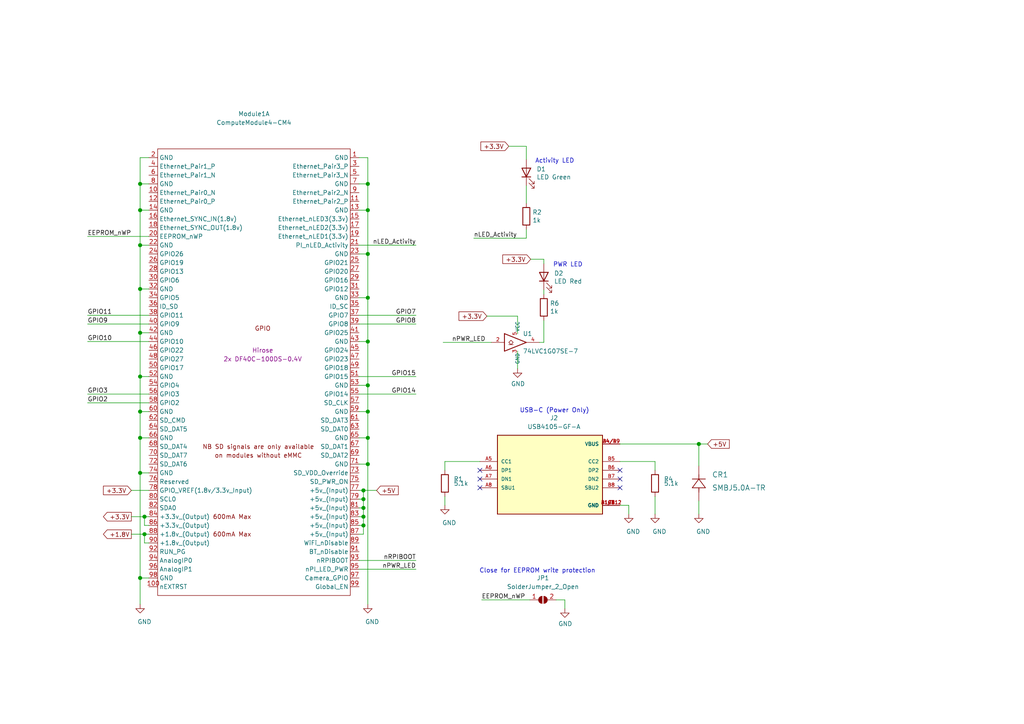
<source format=kicad_sch>
(kicad_sch (version 20210406) (generator eeschema)
  (paper "A4")
  (title_block (title "Raspberry Pi Compute Module 4 Base Carrier") (date "2021-06-01") (rev "v01") (comment 4 "Drawn By: Anish"))
  (lib_symbols
    (symbol "2020-11-06_22-01-36:SMBJ5.0A-TR" (pin_numbers hide) (pin_names (offset -1.651) hide)
      (property "Reference" "CR" (at 5.08 4.445 0))
      (property "Value" "SMBJ5.0A-TR" (at 5.08 -7.62 0))
      (symbol "SMBJ5.0A-TR_1_1"
        (polyline (pts (xy 2.54 0) (xy 3.4798 0)) (stroke (width 0.2032)))
        (polyline (pts (xy 3.175 0) (xy 3.81 0)) (stroke (width 0.2032)))
        (polyline (pts (xy 3.81 -1.905) (xy 6.35 0)) (stroke (width 0.2032)))
        (polyline (pts (xy 3.81 1.905) (xy 3.81 -1.905)) (stroke (width 0.2032)))
        (polyline (pts (xy 6.35 -1.905) (xy 6.35 1.905)) (stroke (width 0.2032)))
        (polyline (pts (xy 6.35 0) (xy 3.81 1.905)) (stroke (width 0.2032)))
        (polyline (pts (xy 6.35 0) (xy 7.62 0)) (stroke (width 0.2032)))
        (pin unspecified line (at 10.16 0 180) (length 2.54) (name "1") (number "1"))
        (pin unspecified line (at 0 0 0) (length 2.54) (name "2") (number "2"))
      )
    )
    (symbol "CM4IO:74LVC1G07_copy"
      (property "Reference" "U" (at -2.54 3.81 0))
      (property "Value" "74LVC1G07_copy" (at 0 -3.81 0))
      (symbol "74LVC1G07_copy_0_1"
        (polyline (pts (xy -2.54 -0.635) (xy -1.27 -0.635)))
        (polyline (pts (xy -3.81 2.54) (xy -3.81 -2.54) (xy 2.54 0) (xy -3.81 2.54)) (stroke (width 0.254)))
        (polyline (pts (xy -1.905 0.635) (xy -2.54 0) (xy -1.905 -0.635) (xy -1.27 0) (xy -1.905 0.635)))
      )
      (symbol "74LVC1G07_copy_1_1"
        (pin input line (at -7.62 0 0) (length 3.81) (name "~") (number "2"))
        (pin power_in line (at 0 -2.54 270) (length 0) (name "GND") (number "3"))
        (pin open_collector line (at 6.35 0 180) (length 3.81) (name "~") (number "4"))
        (pin power_in line (at 0 2.54 90) (length 0) (name "VCC") (number "5"))
      )
    )
    (symbol "CM4IO:ComputeModule4-CM4"
      (property "Reference" "Module" (at 113.03 -68.58 0))
      (property "Value" "ComputeModule4-CM4" (at 140.97 2.54 0))
      (property "Manufacturer" "Hirose" (at 0 0 0))
      (property "MPN" "2x DF40C-100DS-0.4V" (at 0 -2.54 0))
      (property "MPN (Alt)" "2x DF40HC(3.0)-100DS-0.4V" (at 0 0 0))
      (symbol "ComputeModule4-CM4_1_0"
        (text "GPIO" (at 0 6.35 0) (effects (font (size 1.27 1.27))))
      )
      (symbol "ComputeModule4-CM4_1_1"
        (text "600mA Max" (at -8.89 -53.34 0) (effects (font (size 1.27 1.27))))
        (text "600mA Max" (at -8.89 -48.26 0) (effects (font (size 1.27 1.27))))
        (text "NB SD signals are only available" (at -1.27 -27.94 0) (effects (font (size 1.27 1.27))))
        (text "on modules without eMMC" (at -1.27 -30.48 0) (effects (font (size 1.27 1.27))))
        (rectangle (start -30.48 -71.12) (end 25.4 58.42))
        (pin power_in line (at 27.94 55.88 180) (length 2.54) (name "GND") (number "1"))
        (pin passive line (at -33.02 45.72 0) (length 2.54) (name "Ethernet_Pair0_N") (number "10"))
        (pin output line (at -33.02 -68.58 0) (length 2.54) (name "nEXTRST") (number "100"))
        (pin passive line (at 27.94 43.18 180) (length 2.54) (name "Ethernet_Pair2_P") (number "11"))
        (pin passive line (at -33.02 43.18 0) (length 2.54) (name "Ethernet_Pair0_P") (number "12"))
        (pin power_in line (at 27.94 40.64 180) (length 2.54) (name "GND") (number "13"))
        (pin power_in line (at -33.02 40.64 0) (length 2.54) (name "GND") (number "14"))
        (pin output line (at 27.94 38.1 180) (length 2.54) (name "Ethernet_nLED3(3.3v)") (number "15"))
        (pin input line (at -33.02 38.1 0) (length 2.54) (name "Ethernet_SYNC_IN(1.8v)") (number "16"))
        (pin output line (at 27.94 35.56 180) (length 2.54) (name "Ethernet_nLED2(3.3v)") (number "17"))
        (pin input line (at -33.02 35.56 0) (length 2.54) (name "Ethernet_SYNC_OUT(1.8v)") (number "18"))
        (pin output line (at 27.94 33.02 180) (length 2.54) (name "Ethernet_nLED1(3.3v)") (number "19"))
        (pin power_in line (at -33.02 55.88 0) (length 2.54) (name "GND") (number "2"))
        (pin passive line (at -33.02 33.02 0) (length 2.54) (name "EEPROM_nWP") (number "20"))
        (pin open_collector line (at 27.94 30.48 180) (length 2.54) (name "PI_nLED_Activity") (number "21"))
        (pin power_in line (at -33.02 30.48 0) (length 2.54) (name "GND") (number "22"))
        (pin power_in line (at 27.94 27.94 180) (length 2.54) (name "GND") (number "23"))
        (pin passive line (at -33.02 27.94 0) (length 2.54) (name "GPIO26") (number "24"))
        (pin passive line (at 27.94 25.4 180) (length 2.54) (name "GPIO21") (number "25"))
        (pin passive line (at -33.02 25.4 0) (length 2.54) (name "GPIO19") (number "26"))
        (pin passive line (at 27.94 22.86 180) (length 2.54) (name "GPIO20") (number "27"))
        (pin passive line (at -33.02 22.86 0) (length 2.54) (name "GPIO13") (number "28"))
        (pin passive line (at 27.94 20.32 180) (length 2.54) (name "GPIO16") (number "29"))
        (pin passive line (at 27.94 53.34 180) (length 2.54) (name "Ethernet_Pair3_P") (number "3"))
        (pin passive line (at -33.02 20.32 0) (length 2.54) (name "GPIO6") (number "30"))
        (pin passive line (at 27.94 17.78 180) (length 2.54) (name "GPIO12") (number "31"))
        (pin power_in line (at -33.02 17.78 0) (length 2.54) (name "GND") (number "32"))
        (pin power_in line (at 27.94 15.24 180) (length 2.54) (name "GND") (number "33"))
        (pin passive line (at -33.02 15.24 0) (length 2.54) (name "GPIO5") (number "34"))
        (pin passive line (at 27.94 12.7 180) (length 2.54) (name "ID_SC") (number "35"))
        (pin passive line (at -33.02 12.7 0) (length 2.54) (name "ID_SD") (number "36"))
        (pin passive line (at 27.94 10.16 180) (length 2.54) (name "GPIO7") (number "37"))
        (pin passive line (at -33.02 10.16 0) (length 2.54) (name "GPIO11") (number "38"))
        (pin passive line (at 27.94 7.62 180) (length 2.54) (name "GPIO8") (number "39"))
        (pin passive line (at -33.02 53.34 0) (length 2.54) (name "Ethernet_Pair1_P") (number "4"))
        (pin passive line (at -33.02 7.62 0) (length 2.54) (name "GPIO9") (number "40"))
        (pin passive line (at 27.94 5.08 180) (length 2.54) (name "GPIO25") (number "41"))
        (pin power_in line (at -33.02 5.08 0) (length 2.54) (name "GND") (number "42"))
        (pin power_in line (at 27.94 2.54 180) (length 2.54) (name "GND") (number "43"))
        (pin passive line (at -33.02 2.54 0) (length 2.54) (name "GPIO10") (number "44"))
        (pin passive line (at 27.94 0 180) (length 2.54) (name "GPIO24") (number "45"))
        (pin passive line (at -33.02 0 0) (length 2.54) (name "GPIO22") (number "46"))
        (pin passive line (at 27.94 -2.54 180) (length 2.54) (name "GPIO23") (number "47"))
        (pin passive line (at -33.02 -2.54 0) (length 2.54) (name "GPIO27") (number "48"))
        (pin passive line (at 27.94 -5.08 180) (length 2.54) (name "GPIO18") (number "49"))
        (pin passive line (at 27.94 50.8 180) (length 2.54) (name "Ethernet_Pair3_N") (number "5"))
        (pin passive line (at -33.02 -5.08 0) (length 2.54) (name "GPIO17") (number "50"))
        (pin passive line (at 27.94 -7.62 180) (length 2.54) (name "GPIO15") (number "51"))
        (pin power_in line (at -33.02 -7.62 0) (length 2.54) (name "GND") (number "52"))
        (pin power_in line (at 27.94 -10.16 180) (length 2.54) (name "GND") (number "53"))
        (pin passive line (at -33.02 -10.16 0) (length 2.54) (name "GPIO4") (number "54"))
        (pin passive line (at 27.94 -12.7 180) (length 2.54) (name "GPIO14") (number "55"))
        (pin passive line (at -33.02 -12.7 0) (length 2.54) (name "GPIO3") (number "56"))
        (pin passive line (at 27.94 -15.24 180) (length 2.54) (name "SD_CLK") (number "57"))
        (pin passive line (at -33.02 -15.24 0) (length 2.54) (name "GPIO2") (number "58"))
        (pin power_in line (at 27.94 -17.78 180) (length 2.54) (name "GND") (number "59"))
        (pin passive line (at -33.02 50.8 0) (length 2.54) (name "Ethernet_Pair1_N") (number "6"))
        (pin power_in line (at -33.02 -17.78 0) (length 2.54) (name "GND") (number "60"))
        (pin passive line (at 27.94 -20.32 180) (length 2.54) (name "SD_DAT3") (number "61"))
        (pin passive line (at -33.02 -20.32 0) (length 2.54) (name "SD_CMD") (number "62"))
        (pin passive line (at 27.94 -22.86 180) (length 2.54) (name "SD_DAT0") (number "63"))
        (pin passive line (at -33.02 -22.86 0) (length 2.54) (name "SD_DAT5") (number "64"))
        (pin power_in line (at 27.94 -25.4 180) (length 2.54) (name "GND") (number "65"))
        (pin power_in line (at -33.02 -25.4 0) (length 2.54) (name "GND") (number "66"))
        (pin passive line (at 27.94 -27.94 180) (length 2.54) (name "SD_DAT1") (number "67"))
        (pin passive line (at -33.02 -27.94 0) (length 2.54) (name "SD_DAT4") (number "68"))
        (pin passive line (at 27.94 -30.48 180) (length 2.54) (name "SD_DAT2") (number "69"))
        (pin power_in line (at 27.94 48.26 180) (length 2.54) (name "GND") (number "7"))
        (pin passive line (at -33.02 -30.48 0) (length 2.54) (name "SD_DAT7") (number "70"))
        (pin power_in line (at 27.94 -33.02 180) (length 2.54) (name "GND") (number "71"))
        (pin passive line (at -33.02 -33.02 0) (length 2.54) (name "SD_DAT6") (number "72"))
        (pin input line (at 27.94 -35.56 180) (length 2.54) (name "SD_VDD_Override") (number "73"))
        (pin power_in line (at -33.02 -35.56 0) (length 2.54) (name "GND") (number "74"))
        (pin output line (at 27.94 -38.1 180) (length 2.54) (name "SD_PWR_ON") (number "75"))
        (pin passive line (at -33.02 -38.1 0) (length 2.54) (name "Reserved") (number "76"))
        (pin power_in line (at 27.94 -40.64 180) (length 2.54) (name "+5v_(Input)") (number "77"))
        (pin power_in line (at -33.02 -40.64 0) (length 2.54) (name "GPIO_VREF(1.8v/3.3v_Input)") (number "78"))
        (pin power_in line (at 27.94 -43.18 180) (length 2.54) (name "+5v_(Input)") (number "79"))
        (pin power_in line (at -33.02 48.26 0) (length 2.54) (name "GND") (number "8"))
        (pin passive line (at -33.02 -43.18 0) (length 2.54) (name "SCL0") (number "80"))
        (pin power_in line (at 27.94 -45.72 180) (length 2.54) (name "+5v_(Input)") (number "81"))
        (pin passive line (at -33.02 -45.72 0) (length 2.54) (name "SDA0") (number "82"))
        (pin power_in line (at 27.94 -48.26 180) (length 2.54) (name "+5v_(Input)") (number "83"))
        (pin power_out line (at -33.02 -48.26 0) (length 2.54) (name "+3.3v_(Output)") (number "84"))
        (pin power_in line (at 27.94 -50.8 180) (length 2.54) (name "+5v_(Input)") (number "85"))
        (pin power_out line (at -33.02 -50.8 0) (length 2.54) (name "+3.3v_(Output)") (number "86"))
        (pin power_in line (at 27.94 -53.34 180) (length 2.54) (name "+5v_(Input)") (number "87"))
        (pin power_out line (at -33.02 -53.34 0) (length 2.54) (name "+1.8v_(Output)") (number "88"))
        (pin power_in line (at 27.94 -55.88 180) (length 2.54) (name "WiFi_nDisable") (number "89"))
        (pin passive line (at 27.94 45.72 180) (length 2.54) (name "Ethernet_Pair2_N") (number "9"))
        (pin power_out line (at -33.02 -55.88 0) (length 2.54) (name "+1.8v_(Output)") (number "90"))
        (pin power_in line (at 27.94 -58.42 180) (length 2.54) (name "BT_nDisable") (number "91"))
        (pin passive line (at -33.02 -58.42 0) (length 2.54) (name "RUN_PG") (number "92"))
        (pin input line (at 27.94 -60.96 180) (length 2.54) (name "nRPIBOOT") (number "93"))
        (pin passive line (at -33.02 -60.96 0) (length 2.54) (name "AnalogIP0") (number "94"))
        (pin output line (at 27.94 -63.5 180) (length 2.54) (name "nPI_LED_PWR") (number "95"))
        (pin passive line (at -33.02 -63.5 0) (length 2.54) (name "AnalogIP1") (number "96"))
        (pin passive line (at 27.94 -66.04 180) (length 2.54) (name "Camera_GPIO") (number "97"))
        (pin power_in line (at -33.02 -66.04 0) (length 2.54) (name "GND") (number "98"))
        (pin input line (at 27.94 -68.58 180) (length 2.54) (name "Global_EN") (number "99"))
      )
      (symbol "ComputeModule4-CM4_2_1"
        (text "High Speed Serial" (at 140.97 0 0) (effects (font (size 1.27 1.27))))
        (rectangle (start 114.3 -66.04) (end 165.1 63.5))
        (pin input line (at 170.18 60.96 180) (length 5.08) (name "USB_OTG_ID") (number "101"))
        (pin input line (at 109.22 60.96 0) (length 5.08) (name "PCIe_CLK_nREQ") (number "102"))
        (pin passive line (at 170.18 58.42 180) (length 5.08) (name "USB2_N") (number "103"))
        (pin passive line (at 109.22 58.42 0) (length 5.08) (name "Reserved") (number "104"))
        (pin passive line (at 170.18 55.88 180) (length 5.08) (name "USB2_P") (number "105"))
        (pin passive line (at 109.22 55.88 0) (length 5.08) (name "Reserved") (number "106"))
        (pin power_in line (at 170.18 53.34 180) (length 5.08) (name "GND") (number "107"))
        (pin power_in line (at 109.22 53.34 0) (length 5.08) (name "GND") (number "108"))
        (pin bidirectional line (at 170.18 50.8 180) (length 5.08) (name "PCIe_nRST") (number "109"))
        (pin output line (at 109.22 50.8 0) (length 5.08) (name "PCIe_CLK_P") (number "110"))
        (pin passive line (at 170.18 48.26 180) (length 5.08) (name "VDAC_COMP") (number "111"))
        (pin output line (at 109.22 48.26 0) (length 5.08) (name "PCIe_CLK_N") (number "112"))
        (pin power_in line (at 170.18 45.72 180) (length 5.08) (name "GND") (number "113"))
        (pin power_in line (at 109.22 45.72 0) (length 5.08) (name "GND") (number "114"))
        (pin input line (at 170.18 43.18 180) (length 5.08) (name "CAM1_D0_N") (number "115"))
        (pin input line (at 109.22 43.18 0) (length 5.08) (name "PCIe_RX_P") (number "116"))
        (pin input line (at 170.18 40.64 180) (length 5.08) (name "CAM1_D0_P") (number "117"))
        (pin input line (at 109.22 40.64 0) (length 5.08) (name "PCIe_RX_N") (number "118"))
        (pin power_in line (at 170.18 38.1 180) (length 5.08) (name "GND") (number "119"))
        (pin power_in line (at 109.22 38.1 0) (length 5.08) (name "GND") (number "120"))
        (pin input line (at 170.18 35.56 180) (length 5.08) (name "CAM1_D1_N") (number "121"))
        (pin output line (at 109.22 35.56 0) (length 5.08) (name "PCIe_TX_P") (number "122"))
        (pin input line (at 170.18 33.02 180) (length 5.08) (name "CAM1_D1_P") (number "123"))
        (pin output line (at 109.22 33.02 0) (length 5.08) (name "PCIe_TX_N") (number "124"))
        (pin power_in line (at 170.18 30.48 180) (length 5.08) (name "GND") (number "125"))
        (pin power_in line (at 109.22 30.48 0) (length 5.08) (name "GND") (number "126"))
        (pin input line (at 170.18 27.94 180) (length 5.08) (name "CAM1_C_N") (number "127"))
        (pin input line (at 109.22 27.94 0) (length 5.08) (name "CAM0_D0_N") (number "128"))
        (pin input line (at 170.18 25.4 180) (length 5.08) (name "CAM1_C_P") (number "129"))
        (pin input line (at 109.22 25.4 0) (length 5.08) (name "CAM0_D0_P") (number "130"))
        (pin power_in line (at 170.18 22.86 180) (length 5.08) (name "GND") (number "131"))
        (pin power_in line (at 109.22 22.86 0) (length 5.08) (name "GND") (number "132"))
        (pin input line (at 170.18 20.32 180) (length 5.08) (name "CAM1_D2_N") (number "133"))
        (pin input line (at 109.22 20.32 0) (length 5.08) (name "CAM0_D1_N") (number "134"))
        (pin input line (at 170.18 17.78 180) (length 5.08) (name "CAM1_D2_P") (number "135"))
        (pin input line (at 109.22 17.78 0) (length 5.08) (name "CAM0_D1_P") (number "136"))
        (pin power_in line (at 170.18 15.24 180) (length 5.08) (name "GND") (number "137"))
        (pin power_in line (at 109.22 15.24 0) (length 5.08) (name "GND") (number "138"))
        (pin input line (at 170.18 12.7 180) (length 5.08) (name "CAM1_D3_N") (number "139"))
        (pin input line (at 109.22 12.7 0) (length 5.08) (name "CAM0_C_N") (number "140"))
        (pin input line (at 170.18 10.16 180) (length 5.08) (name "CAM1_D3_P") (number "141"))
        (pin input line (at 109.22 10.16 0) (length 5.08) (name "CAM0_C_P") (number "142"))
        (pin input line (at 170.18 7.62 180) (length 5.08) (name "HDMI1_HOTPLUG") (number "143"))
        (pin power_in line (at 109.22 7.62 0) (length 5.08) (name "GND") (number "144"))
        (pin bidirectional line (at 170.18 5.08 180) (length 5.08) (name "HDMI1_SDA") (number "145"))
        (pin output line (at 109.22 5.08 0) (length 5.08) (name "HDMI1_TX2_P") (number "146"))
        (pin open_collector line (at 170.18 2.54 180) (length 5.08) (name "HDMI1_SCL") (number "147"))
        (pin output line (at 109.22 2.54 0) (length 5.08) (name "HDMI1_TX2_N") (number "148"))
        (pin open_collector line (at 170.18 0 180) (length 5.08) (name "HDMI1_CEC") (number "149"))
        (pin power_in line (at 109.22 0 0) (length 5.08) (name "GND") (number "150"))
        (pin open_collector line (at 170.18 -2.54 180) (length 5.08) (name "HDMI0_CEC") (number "151"))
        (pin output line (at 109.22 -2.54 0) (length 5.08) (name "HDMI1_TX1_P") (number "152"))
        (pin input line (at 170.18 -5.08 180) (length 5.08) (name "HDMI0_HOTPLUG") (number "153"))
        (pin output line (at 109.22 -5.08 0) (length 5.08) (name "HDMI1_TX1_N") (number "154"))
        (pin power_in line (at 170.18 -7.62 180) (length 5.08) (name "GND") (number "155"))
        (pin power_in line (at 109.22 -7.62 0) (length 5.08) (name "GND") (number "156"))
        (pin output line (at 170.18 -10.16 180) (length 5.08) (name "DSI0_D0_N") (number "157"))
        (pin output line (at 109.22 -10.16 0) (length 5.08) (name "HDMI1_TX0_P") (number "158"))
        (pin output line (at 170.18 -12.7 180) (length 5.08) (name "DSI0_D0_P") (number "159"))
        (pin output line (at 109.22 -12.7 0) (length 5.08) (name "HDMI1_TX0_N") (number "160"))
        (pin power_in line (at 170.18 -15.24 180) (length 5.08) (name "GND") (number "161"))
        (pin power_in line (at 109.22 -15.24 0) (length 5.08) (name "GND") (number "162"))
        (pin output line (at 170.18 -17.78 180) (length 5.08) (name "DSI0_D1_N") (number "163"))
        (pin output line (at 109.22 -17.78 0) (length 5.08) (name "HDMI1_CLK_P") (number "164"))
        (pin output line (at 170.18 -20.32 180) (length 5.08) (name "DSI0_D1_P") (number "165"))
        (pin output line (at 109.22 -20.32 0) (length 5.08) (name "HDMI1_CLK_N") (number "166"))
        (pin power_in line (at 170.18 -22.86 180) (length 5.08) (name "GND") (number "167"))
        (pin power_in line (at 109.22 -22.86 0) (length 5.08) (name "GND") (number "168"))
        (pin output line (at 170.18 -25.4 180) (length 5.08) (name "DSI0_C_N") (number "169"))
        (pin output line (at 109.22 -25.4 0) (length 5.08) (name "HDMI0_TX2_P") (number "170"))
        (pin output line (at 170.18 -27.94 180) (length 5.08) (name "DSI0_C_P") (number "171"))
        (pin output line (at 109.22 -27.94 0) (length 5.08) (name "HDMI0_TX2_N") (number "172"))
        (pin power_in line (at 170.18 -30.48 180) (length 5.08) (name "GND") (number "173"))
        (pin power_in line (at 109.22 -30.48 0) (length 5.08) (name "GND") (number "174"))
        (pin output line (at 170.18 -33.02 180) (length 5.08) (name "DSI1_D0_N") (number "175"))
        (pin output line (at 109.22 -33.02 0) (length 5.08) (name "HDMI0_TX1_P") (number "176"))
        (pin output line (at 170.18 -35.56 180) (length 5.08) (name "DSI1_D0_P") (number "177"))
        (pin output line (at 109.22 -35.56 0) (length 5.08) (name "HDMI0_TX1_N") (number "178"))
        (pin power_in line (at 170.18 -38.1 180) (length 5.08) (name "GND") (number "179"))
        (pin power_in line (at 109.22 -38.1 0) (length 5.08) (name "GND") (number "180"))
        (pin output line (at 170.18 -40.64 180) (length 5.08) (name "DSI1_D1_N") (number "181"))
        (pin output line (at 109.22 -40.64 0) (length 5.08) (name "HDMI0_TX0_P") (number "182"))
        (pin output line (at 170.18 -43.18 180) (length 5.08) (name "DSI1_D1_P") (number "183"))
        (pin output line (at 109.22 -43.18 0) (length 5.08) (name "HDMI0_TX0_N") (number "184"))
        (pin power_in line (at 170.18 -45.72 180) (length 5.08) (name "GND") (number "185"))
        (pin power_in line (at 109.22 -45.72 0) (length 5.08) (name "GND") (number "186"))
        (pin output line (at 170.18 -48.26 180) (length 5.08) (name "DSI1_C_N") (number "187"))
        (pin output line (at 109.22 -48.26 0) (length 5.08) (name "HDMI0_CLK_P") (number "188"))
        (pin output line (at 170.18 -50.8 180) (length 5.08) (name "DSI1_C_P") (number "189"))
        (pin output line (at 109.22 -50.8 0) (length 5.08) (name "HDMI0_CLK_N") (number "190"))
        (pin power_in line (at 170.18 -53.34 180) (length 5.08) (name "GND") (number "191"))
        (pin power_in line (at 109.22 -53.34 0) (length 5.08) (name "GND") (number "192"))
        (pin output line (at 170.18 -55.88 180) (length 5.08) (name "DSI1_D2_N") (number "193"))
        (pin output line (at 109.22 -55.88 0) (length 5.08) (name "DSI1_D3_N") (number "194"))
        (pin output line (at 170.18 -58.42 180) (length 5.08) (name "DSI1_D2_P") (number "195"))
        (pin output line (at 109.22 -58.42 0) (length 5.08) (name "DSI1_D3_P") (number "196"))
        (pin power_in line (at 170.18 -60.96 180) (length 5.08) (name "GND") (number "197"))
        (pin power_in line (at 109.22 -60.96 0) (length 5.08) (name "GND") (number "198"))
        (pin bidirectional line (at 170.18 -63.5 180) (length 5.08) (name "HDMI0_SDA") (number "199"))
        (pin open_collector line (at 109.22 -63.5 0) (length 5.08) (name "HDMI0_SCL") (number "200"))
      )
    )
    (symbol "Device:LED" (pin_numbers hide) (pin_names (offset 1.016) hide)
      (property "Reference" "D" (at 0 2.54 0))
      (property "Value" "LED" (at 0 -2.54 0))
      (symbol "LED_0_1"
        (polyline (pts (xy -1.27 -1.27) (xy -1.27 1.27)) (stroke (width 0.254)))
        (polyline (pts (xy -1.27 0) (xy 1.27 0)))
        (polyline (pts (xy 1.27 -1.27) (xy 1.27 1.27) (xy -1.27 0) (xy 1.27 -1.27)) (stroke (width 0.254)))
        (polyline (pts (xy -3.048 -0.762) (xy -4.572 -2.286) (xy -3.81 -2.286) (xy -4.572 -2.286) (xy -4.572 -1.524)))
        (polyline (pts (xy -1.778 -0.762) (xy -3.302 -2.286) (xy -2.54 -2.286) (xy -3.302 -2.286) (xy -3.302 -1.524)))
      )
      (symbol "LED_1_1"
        (pin passive line (at -3.81 0 0) (length 2.54) (name "K") (number "1"))
        (pin passive line (at 3.81 0 180) (length 2.54) (name "A") (number "2"))
      )
    )
    (symbol "Device:R" (pin_numbers hide) (pin_names (offset 0))
      (property "Reference" "R" (at 2.032 0 90))
      (property "Value" "R" (at 0 0 90))
      (symbol "R_0_1"
        (rectangle (start -1.016 -2.54) (end 1.016 2.54) (stroke (width 0.254)))
      )
      (symbol "R_1_1"
        (pin passive line (at 0 3.81 270) (length 1.27) (name "~") (number "1"))
        (pin passive line (at 0 -3.81 90) (length 1.27) (name "~") (number "2"))
      )
    )
    (symbol "Jumper:SolderJumper_2_Open" (pin_names (offset 0) hide)
      (property "Reference" "JP" (at 0 2.032 0))
      (property "Value" "SolderJumper_2_Open" (at 0 -2.54 0))
      (symbol "SolderJumper_2_Open_0_1"
        (arc (start -0.254 1.016) (end -0.254 -1.016) (radius (at -0.254 0) (length 1.016) (angles 90.1 -90.1)))
        (arc (start 0.254 -1.016) (end 0.254 1.016) (radius (at 0.254 0) (length 1.016) (angles -89.9 89.9)))
        (arc (start -0.254 1.016) (end -0.254 -1.016) (radius (at -0.254 0) (length 1.016) (angles 90.1 -90.1)) (fill (type outline)))
        (arc (start 0.254 -1.016) (end 0.254 1.016) (radius (at 0.254 0) (length 1.016) (angles -89.9 89.9)) (fill (type outline)))
        (polyline (pts (xy -0.254 1.016) (xy -0.254 -1.016)))
        (polyline (pts (xy 0.254 1.016) (xy 0.254 -1.016)))
      )
      (symbol "SolderJumper_2_Open_1_1"
        (pin passive line (at -3.81 0 0) (length 2.54) (name "A") (number "1"))
        (pin passive line (at 3.81 0 180) (length 2.54) (name "B") (number "2"))
      )
    )
    (symbol "USB4105-GF-A:USB4105-GF-A" (pin_names (offset 1.016))
      (property "Reference" "J" (at -15.24 13.97 0))
      (property "Value" "USB4105-GF-A" (at -15.24 -12.7 0))
      (symbol "USB4105-GF-A_0_0"
        (rectangle (start -15.24 -10.16) (end 15.24 12.7) (stroke (width 0.254)) (fill (type background)))
        (pin power_in line (at 20.32 -7.62 180) (length 5.08) (name "GND") (number "A1/B12"))
        (pin power_in line (at 20.32 10.16 180) (length 5.08) (name "VBUS") (number "A4/B9"))
        (pin bidirectional line (at -20.32 5.08 0) (length 5.08) (name "CC1") (number "A5"))
        (pin bidirectional line (at -20.32 2.54 0) (length 5.08) (name "DP1") (number "A6"))
        (pin bidirectional line (at -20.32 0 0) (length 5.08) (name "DN1") (number "A7"))
        (pin bidirectional line (at -20.32 -2.54 0) (length 5.08) (name "SBU1") (number "A8"))
        (pin power_in line (at 20.32 -7.62 180) (length 5.08) (name "GND") (number "B1/A12"))
        (pin power_in line (at 20.32 10.16 180) (length 5.08) (name "VBUS") (number "B4/A9"))
        (pin bidirectional line (at 20.32 5.08 180) (length 5.08) (name "CC2") (number "B5"))
        (pin bidirectional line (at 20.32 2.54 180) (length 5.08) (name "DP2") (number "B6"))
        (pin bidirectional line (at 20.32 0 180) (length 5.08) (name "DN2") (number "B7"))
        (pin bidirectional line (at 20.32 -2.54 180) (length 5.08) (name "SBU2") (number "B8"))
        (pin power_in line (at 20.32 -7.62 180) (length 5.08) (name "GND") (number "G1"))
        (pin power_in line (at 20.32 -7.62 180) (length 5.08) (name "GND") (number "G2"))
        (pin power_in line (at 20.32 -7.62 180) (length 5.08) (name "GND") (number "G3"))
        (pin power_in line (at 20.32 -7.62 180) (length 5.08) (name "GND") (number "G4"))
      )
    )
    (symbol "power:GND" (power) (pin_names (offset 0))
      (property "Value" "GND" (at 0 -3.81 0))
      (symbol "GND_0_1"
        (polyline (pts (xy 0 0) (xy 0 -1.27) (xy 1.27 -1.27) (xy 0 -2.54) (xy -1.27 -1.27) (xy 0 -1.27)))
      )
      (symbol "GND_1_1"
        (pin power_in line (at 0 0 270) (length 0) hide (name "GND") (number "1"))
      )
    )
  )
  (junction (at 40.64 53.34) (diameter 1.016))
  (junction (at 40.64 60.96) (diameter 1.016))
  (junction (at 40.64 71.12) (diameter 1.016))
  (junction (at 40.64 83.82) (diameter 1.016))
  (junction (at 40.64 96.52) (diameter 1.016))
  (junction (at 40.64 109.22) (diameter 1.016))
  (junction (at 40.64 119.38) (diameter 1.016))
  (junction (at 40.64 127) (diameter 1.016))
  (junction (at 40.64 137.16) (diameter 1.016))
  (junction (at 40.64 167.64) (diameter 1.016))
  (junction (at 41.91 149.86) (diameter 1.016))
  (junction (at 41.91 154.94) (diameter 1.016))
  (junction (at 105.41 142.24) (diameter 1.016))
  (junction (at 105.41 144.78) (diameter 1.016))
  (junction (at 105.41 147.32) (diameter 1.016))
  (junction (at 105.41 149.86) (diameter 1.016))
  (junction (at 105.41 152.4) (diameter 1.016))
  (junction (at 106.68 53.34) (diameter 1.016))
  (junction (at 106.68 60.96) (diameter 1.016))
  (junction (at 106.68 73.66) (diameter 1.016))
  (junction (at 106.68 86.36) (diameter 1.016))
  (junction (at 106.68 99.06) (diameter 1.016))
  (junction (at 106.68 111.76) (diameter 1.016))
  (junction (at 106.68 119.38) (diameter 1.016))
  (junction (at 106.68 127) (diameter 1.016))
  (junction (at 106.68 134.62) (diameter 1.016))
  (junction (at 202.692 128.778) (diameter 1.016))
  (no_connect (at 139.192 136.398))
  (no_connect (at 139.192 138.938))
  (no_connect (at 139.192 141.478))
  (no_connect (at 179.832 136.398))
  (no_connect (at 179.832 138.938))
  (no_connect (at 179.832 141.478))
  (wire (pts (xy 25.4 68.58) (xy 43.18 68.58)))
  (wire (pts (xy 25.4 91.44) (xy 43.18 91.44)))
  (wire (pts (xy 25.4 93.98) (xy 43.18 93.98)))
  (wire (pts (xy 25.4 99.06) (xy 43.18 99.06)))
  (wire (pts (xy 25.4 114.3) (xy 43.18 114.3)))
  (wire (pts (xy 25.4 116.84) (xy 43.18 116.84)))
  (wire (pts (xy 38.1 142.24) (xy 43.18 142.24)))
  (wire (pts (xy 38.1 149.86) (xy 41.91 149.86)))
  (wire (pts (xy 38.1 154.94) (xy 41.91 154.94)))
  (wire (pts (xy 40.64 45.72) (xy 40.64 53.34)))
  (wire (pts (xy 40.64 53.34) (xy 40.64 60.96)))
  (wire (pts (xy 40.64 53.34) (xy 43.18 53.34)))
  (wire (pts (xy 40.64 60.96) (xy 40.64 71.12)))
  (wire (pts (xy 40.64 60.96) (xy 43.18 60.96)))
  (wire (pts (xy 40.64 71.12) (xy 40.64 83.82)))
  (wire (pts (xy 40.64 71.12) (xy 43.18 71.12)))
  (wire (pts (xy 40.64 83.82) (xy 40.64 96.52)))
  (wire (pts (xy 40.64 83.82) (xy 43.18 83.82)))
  (wire (pts (xy 40.64 96.52) (xy 40.64 109.22)))
  (wire (pts (xy 40.64 96.52) (xy 43.18 96.52)))
  (wire (pts (xy 40.64 109.22) (xy 40.64 119.38)))
  (wire (pts (xy 40.64 109.22) (xy 43.18 109.22)))
  (wire (pts (xy 40.64 119.38) (xy 40.64 127)))
  (wire (pts (xy 40.64 119.38) (xy 43.18 119.38)))
  (wire (pts (xy 40.64 127) (xy 40.64 137.16)))
  (wire (pts (xy 40.64 127) (xy 43.18 127)))
  (wire (pts (xy 40.64 137.16) (xy 40.64 167.64)))
  (wire (pts (xy 40.64 137.16) (xy 43.18 137.16)))
  (wire (pts (xy 40.64 167.64) (xy 40.64 175.26)))
  (wire (pts (xy 40.64 167.64) (xy 43.18 167.64)))
  (wire (pts (xy 41.91 149.86) (xy 43.18 149.86)))
  (wire (pts (xy 41.91 152.4) (xy 41.91 149.86)))
  (wire (pts (xy 41.91 154.94) (xy 43.18 154.94)))
  (wire (pts (xy 41.91 157.48) (xy 41.91 154.94)))
  (wire (pts (xy 43.18 45.72) (xy 40.64 45.72)))
  (wire (pts (xy 43.18 152.4) (xy 41.91 152.4)))
  (wire (pts (xy 43.18 157.48) (xy 41.91 157.48)))
  (wire (pts (xy 104.14 45.72) (xy 106.68 45.72)))
  (wire (pts (xy 104.14 53.34) (xy 106.68 53.34)))
  (wire (pts (xy 104.14 60.96) (xy 106.68 60.96)))
  (wire (pts (xy 104.14 71.12) (xy 120.65 71.12)))
  (wire (pts (xy 104.14 73.66) (xy 106.68 73.66)))
  (wire (pts (xy 104.14 86.36) (xy 106.68 86.36)))
  (wire (pts (xy 104.14 91.44) (xy 120.65 91.44)))
  (wire (pts (xy 104.14 93.98) (xy 120.65 93.98)))
  (wire (pts (xy 104.14 99.06) (xy 106.68 99.06)))
  (wire (pts (xy 104.14 109.22) (xy 120.65 109.22)))
  (wire (pts (xy 104.14 111.76) (xy 106.68 111.76)))
  (wire (pts (xy 104.14 114.3) (xy 120.65 114.3)))
  (wire (pts (xy 104.14 119.38) (xy 106.68 119.38)))
  (wire (pts (xy 104.14 127) (xy 106.68 127)))
  (wire (pts (xy 104.14 134.62) (xy 106.68 134.62)))
  (wire (pts (xy 104.14 142.24) (xy 105.41 142.24)))
  (wire (pts (xy 104.14 144.78) (xy 105.41 144.78)))
  (wire (pts (xy 104.14 147.32) (xy 105.41 147.32)))
  (wire (pts (xy 104.14 149.86) (xy 105.41 149.86)))
  (wire (pts (xy 104.14 152.4) (xy 105.41 152.4)))
  (wire (pts (xy 104.14 154.94) (xy 105.41 154.94)))
  (wire (pts (xy 104.14 162.56) (xy 120.65 162.56)))
  (wire (pts (xy 104.14 165.1) (xy 120.65 165.1)))
  (wire (pts (xy 105.41 142.24) (xy 109.22 142.24)))
  (wire (pts (xy 105.41 144.78) (xy 105.41 142.24)))
  (wire (pts (xy 105.41 147.32) (xy 105.41 144.78)))
  (wire (pts (xy 105.41 149.86) (xy 105.41 147.32)))
  (wire (pts (xy 105.41 152.4) (xy 105.41 149.86)))
  (wire (pts (xy 105.41 154.94) (xy 105.41 152.4)))
  (wire (pts (xy 106.68 45.72) (xy 106.68 53.34)))
  (wire (pts (xy 106.68 53.34) (xy 106.68 60.96)))
  (wire (pts (xy 106.68 60.96) (xy 106.68 73.66)))
  (wire (pts (xy 106.68 73.66) (xy 106.68 86.36)))
  (wire (pts (xy 106.68 86.36) (xy 106.68 99.06)))
  (wire (pts (xy 106.68 99.06) (xy 106.68 111.76)))
  (wire (pts (xy 106.68 111.76) (xy 106.68 119.38)))
  (wire (pts (xy 106.68 119.38) (xy 106.68 127)))
  (wire (pts (xy 106.68 127) (xy 106.68 134.62)))
  (wire (pts (xy 106.68 134.62) (xy 106.68 175.26)))
  (wire (pts (xy 128.524 99.314) (xy 142.494 99.314)))
  (wire (pts (xy 129.032 133.858) (xy 129.032 136.398)))
  (wire (pts (xy 129.032 144.018) (xy 129.032 146.558)))
  (wire (pts (xy 137.414 69.088) (xy 152.654 69.088)))
  (wire (pts (xy 139.192 133.858) (xy 129.032 133.858)))
  (wire (pts (xy 139.7 173.99) (xy 153.67 173.99)))
  (wire (pts (xy 147.574 42.418) (xy 152.654 42.418)))
  (wire (pts (xy 150.114 91.694) (xy 141.224 91.694)))
  (wire (pts (xy 150.114 96.774) (xy 150.114 91.694)))
  (wire (pts (xy 150.114 101.854) (xy 150.114 106.934)))
  (wire (pts (xy 152.654 46.228) (xy 152.654 42.418)))
  (wire (pts (xy 152.654 53.848) (xy 152.654 58.928)))
  (wire (pts (xy 152.654 69.088) (xy 152.654 66.548)))
  (wire (pts (xy 157.734 75.184) (xy 153.924 75.184)))
  (wire (pts (xy 157.734 76.454) (xy 157.734 75.184)))
  (wire (pts (xy 157.734 84.074) (xy 157.734 85.344)))
  (wire (pts (xy 157.734 92.964) (xy 157.734 99.314)))
  (wire (pts (xy 157.734 99.314) (xy 156.464 99.314)))
  (wire (pts (xy 161.29 173.99) (xy 163.83 173.99)))
  (wire (pts (xy 163.83 173.99) (xy 163.83 176.53)))
  (wire (pts (xy 179.832 128.778) (xy 202.692 128.778)))
  (wire (pts (xy 179.832 133.858) (xy 189.992 133.858)))
  (wire (pts (xy 179.832 146.558) (xy 182.372 146.558)))
  (wire (pts (xy 182.372 146.558) (xy 182.372 149.098)))
  (wire (pts (xy 189.992 133.858) (xy 189.992 136.398)))
  (wire (pts (xy 189.992 144.018) (xy 189.992 149.098)))
  (wire (pts (xy 202.692 128.778) (xy 202.692 135.128)))
  (wire (pts (xy 202.692 128.778) (xy 205.232 128.778)))
  (wire (pts (xy 202.692 145.288) (xy 202.692 149.098)))
  (text "Activity LED" (at 155.194 47.498 0) (effects (font (size 1.27 1.27)) (justify left bottom)))
  (text "PWR LED" (at 160.401 77.597 0) (effects (font (size 1.27 1.27)) (justify left bottom)))
  (text "USB-C (Power Only)" (at 170.942 119.888 180) (effects (font (size 1.27 1.27)) (justify right bottom)))
  (text "Close for EEPROM write protection" (at 172.72 166.37 180) (effects (font (size 1.27 1.27)) (justify right bottom)))
  (label "EEPROM_nWP" (at 25.4 68.58 0))
  (label "GPIO11" (at 25.4 91.44 0))
  (label "GPIO9" (at 25.4 93.98 0))
  (label "GPIO10" (at 25.4 99.06 0))
  (label "GPIO3" (at 25.4 114.3 0))
  (label "GPIO2" (at 25.4 116.84 0))
  (label "nLED_Activity" (at 120.65 71.12 180))
  (label "GPIO7" (at 120.65 91.44 180))
  (label "GPIO8" (at 120.65 93.98 180))
  (label "GPIO15" (at 120.65 109.22 180))
  (label "GPIO14" (at 120.65 114.3 180))
  (label "nRPIBOOT" (at 120.65 162.56 180))
  (label "nPWR_LED" (at 120.65 165.1 180))
  (label "nPWR_LED" (at 131.064 99.314 0))
  (label "nLED_Activity" (at 137.414 69.088 0))
  (label "EEPROM_nWP" (at 139.7 173.99 0))
  (global_label "+3.3V" (shape input) (at 38.1 142.24 180) (property "Intersheet References" "${INTERSHEET_REFS}" (effects hide)))
  (global_label "+3.3V" (shape output) (at 38.1 149.86 180) (property "Intersheet References" "${INTERSHEET_REFS}" (effects hide)))
  (global_label "+1.8V" (shape output) (at 38.1 154.94 180) (property "Intersheet References" "${INTERSHEET_REFS}" (effects hide)))
  (global_label "+5V" (shape input) (at 109.22 142.24 0) (property "Intersheet References" "${INTERSHEET_REFS}" (effects hide)))
  (global_label "+3.3V" (shape input) (at 141.224 91.694 180) (property "Intersheet References" "${INTERSHEET_REFS}" (effects hide)))
  (global_label "+3.3V" (shape input) (at 147.574 42.418 180) (property "Intersheet References" "${INTERSHEET_REFS}" (effects hide)))
  (global_label "+3.3V" (shape input) (at 153.924 75.184 180) (property "Intersheet References" "${INTERSHEET_REFS}" (effects hide)))
  (global_label "+5V" (shape input) (at 205.232 128.778 0) (property "Intersheet References" "${INTERSHEET_REFS}" (effects hide)))
  (symbol (lib_id "power:GND") (at 40.64 175.26 0) (unit 1)
    (property "Reference" "#PWR0101" (effects hide))
    (property "Value" "GND" (at 41.91 180.34 0))
  )
  (symbol (lib_id "power:GND") (at 106.68 175.26 0) (unit 1)
    (property "Reference" "#PWR0102" (effects hide))
    (property "Value" "GND" (at 107.95 180.34 0))
  )
  (symbol (lib_id "power:GND") (at 129.032 146.558 0) (unit 1)
    (property "Reference" "#PWR0104" (effects hide))
    (property "Value" "GND" (at 130.302 151.638 0))
  )
  (symbol (lib_id "power:GND") (at 150.114 106.934 0) (unit 1)
    (property "Reference" "#PWR0110" (effects hide))
    (property "Value" "GND" (at 150.241 111.3282 0))
  )
  (symbol (lib_id "power:GND") (at 163.83 176.53 0) (unit 1)
    (property "Reference" "#PWR0105" (effects hide))
    (property "Value" "GND" (at 163.957 180.9242 0))
  )
  (symbol (lib_id "power:GND") (at 182.372 149.098 0) (unit 1)
    (property "Reference" "#PWR0106" (effects hide))
    (property "Value" "GND" (at 183.642 154.178 0))
  )
  (symbol (lib_id "power:GND") (at 189.992 149.098 0) (unit 1)
    (property "Reference" "#PWR0107" (effects hide))
    (property "Value" "GND" (at 191.262 154.178 0))
  )
  (symbol (lib_id "power:GND") (at 202.692 149.098 0) (unit 1)
    (property "Reference" "#PWR0108" (effects hide))
    (property "Value" "GND" (at 203.962 154.178 0))
  )
  (symbol (lib_id "Jumper:SolderJumper_2_Open") (at 157.48 173.99 0) (unit 1)
    (property "Reference" "JP1" (at 157.48 167.64 0))
    (property "Value" "SolderJumper_2_Open" (at 157.48 170.18 0))
    (property "Footprint" "Jumper:SolderJumper-2_P1.3mm_Open_RoundedPad1.0x1.5mm" (effects hide))
  )
  (symbol (lib_id "Device:R") (at 129.032 140.208 0) (unit 1)
    (property "Reference" "R1" (at 131.572 138.938 0) (effects (justify left)))
    (property "Value" "5.1k" (at 131.572 140.208 0) (effects (justify left)))
    (property "Footprint" "Resistor_SMD:R_0603_1608Metric_Pad0.98x0.95mm_HandSolder" (effects hide))
    (property "Manufacturer" "Yageo" (effects hide))
    (property "MPN" "RC0603FR-075K1L" (effects hide))
    (property "Digi-Key_PN" "311-5.10KHRCT-ND" (effects hide))
  )
  (symbol (lib_id "Device:R") (at 152.654 62.738 0) (unit 1)
    (property "Reference" "R2" (at 154.432 61.5696 0) (effects (justify left)))
    (property "Value" "1k" (at 154.432 63.881 0) (effects (justify left)))
    (property "Footprint" "Resistor_SMD:R_0603_1608Metric_Pad0.98x0.95mm_HandSolder" (effects hide))
    (property "Manufacturer" "Yageo" (effects hide))
    (property "MPN" "RC0603FR-071KL" (effects hide))
    (property "Digi-Key_PN" "311-1.00KHRCT-ND" (effects hide))
  )
  (symbol (lib_id "Device:R") (at 157.734 89.154 0) (unit 1)
    (property "Reference" "R6" (at 159.512 87.9856 0) (effects (justify left)))
    (property "Value" "1k" (at 159.512 90.297 0) (effects (justify left)))
    (property "Footprint" "Resistor_SMD:R_0603_1608Metric_Pad0.98x0.95mm_HandSolder" (effects hide))
    (property "Manufacturer" "Yageo" (effects hide))
    (property "MPN" "RC0603FR-071KL" (effects hide))
    (property "Digi-Key_PN" "311-1.00KHRCT-ND" (effects hide))
  )
  (symbol (lib_id "Device:R") (at 189.992 140.208 0) (unit 1)
    (property "Reference" "R4" (at 192.532 138.938 0) (effects (justify left)))
    (property "Value" "5.1k" (at 192.532 140.208 0) (effects (justify left)))
    (property "Footprint" "Resistor_SMD:R_0603_1608Metric_Pad0.98x0.95mm_HandSolder" (effects hide))
    (property "Manufacturer" "Yageo" (effects hide))
    (property "MPN" "RC0603FR-075K1L" (effects hide))
    (property "Digi-Key_PN" "311-5.10KHRCT-ND" (effects hide))
  )
  (symbol (lib_id "Device:LED") (at 152.654 50.038 90) (unit 1)
    (property "Reference" "D1" (at 155.6258 49.0474 90) (effects (justify right)))
    (property "Value" "LED Green" (at 155.6258 51.3588 90) (effects (justify right)))
    (property "Footprint" "LED_SMD:LED_0603_1608Metric" (effects hide))
    (property "Part Description" "	Green 572nm LED Indication - Discrete 2.2V 2-SMD, No Lead" (effects hide))
    (property "Manufacturer" "Lite-On Inc." (effects hide))
    (property "MPN" "LTST-S270KGKT" (effects hide))
    (property "Digi-Key_PN" "160-1478-1-ND" (effects hide))
  )
  (symbol (lib_id "Device:LED") (at 157.734 80.264 90) (unit 1)
    (property "Reference" "D2" (at 160.7058 79.2734 90) (effects (justify right)))
    (property "Value" "LED Red" (at 160.7058 81.5848 90) (effects (justify right)))
    (property "Footprint" "LED_SMD:LED_0603_1608Metric" (effects hide))
    (property "Part Description" "	Red 620nm LED Indication - Discrete 2.2V 2-SMD, No Lead" (effects hide))
    (property "Manufacturer" "Lite-On Inc." (effects hide))
    (property "MPN" "LTST-S270KRKT" (effects hide))
    (property "Digi-Key_PN" "160-1479-1-ND" (effects hide))
  )
  (symbol (lib_id "2020-11-06_22-01-36:SMBJ5.0A-TR") (at 202.692 145.288 90) (unit 1)
    (property "Reference" "CR1" (at 206.502 137.668 90) (effects (font (size 1.524 1.524)) (justify right)))
    (property "Value" "SMBJ5.0A-TR" (at 206.502 141.478 90) (effects (font (size 1.524 1.524)) (justify right)))
    (property "Footprint" "footprints:SMBJ5.0A-TR" (effects hide))
    (property "Manufacturer" "STMicroelectronics" (effects hide))
    (property "MPN" "SMBJ5.0A-TR" (effects hide))
    (property "Digi-Key_PN" "497-3144-1-ND" (effects hide))
  )
  (symbol (lib_id "CM4IO:74LVC1G07_copy") (at 150.114 99.314 0) (unit 1)
    (property "Reference" "U1" (at 151.638 96.774 0) (effects (justify left)))
    (property "Value" "74LVC1G07SE-7" (at 151.638 101.854 0) (effects (justify left)))
    (property "Footprint" "Package_TO_SOT_SMD:SOT-353_SC-70-5" (effects hide))
    (property "Datasheet" "http://www.ti.com/lit/sg/scyt129e/scyt129e.pdf" (effects hide))
    (property "Part Description" "Buffer, Non-Inverting 1 Element 1 Bit per Element Open Drain Output SOT-353" (effects hide))
    (property "Manufacturer" "Diodes Incorporated" (effects hide))
    (property "MPN" "74LVC1G07SE-7" (effects hide))
    (property "Digi-Key_PN" "74LVC1G07SE-7DICT-ND" (effects hide))
  )
  (symbol (lib_id "USB4105-GF-A:USB4105-GF-A") (at 159.512 138.938 0) (unit 1)
    (property "Reference" "J2" (at 160.6844 121.2244 0))
    (property "Value" "USB4105-GF-A" (at 160.6844 123.7644 0))
    (property "Footprint" "USB4105-GF-A:GCT_USB4105-GF-A" (effects hide))
    (property "AVAILABILITY" "Unavailable" (effects hide))
    (property "DESCRIPTION" "USB - C _Type - C_ USB 2.0 Receptacle Connector 24 Position Surface Mount, Right Angle; Through Hole" (effects hide))
    (property "PRICE" "None" (effects hide))
    (property "MP" "USB4105" (effects hide))
    (property "MF" "Global Connector Technology" (effects hide))
    (property "PACKAGE" "Package Analog Devices" (effects hide))
    (property "Manufacturer" "GCT" (effects hide))
    (property "MPN" "USB4105-GF-A" (effects hide))
    (property "Digi-Key_PN" "2073-USB4105-GF-ACT-ND" (effects hide))
  )
  (symbol (lib_id "CM4IO:ComputeModule4-CM4") (at 76.2 101.6 0) (unit 1)
    (property "Reference" "Module1" (at 73.66 33.02 0))
    (property "Value" "ComputeModule4-CM4" (at 73.66 35.56 0))
    (property "Footprint" "CM4IO:Raspberry-Pi-4-Compute-Module" (effects hide))
    (property "Manufacturer" "Hirose" (at 76.2 101.6 0))
    (property "MPN" "2x DF40C-100DS-0.4V" (at 76.2 104.14 0))
    (property "Digi-Key_PN" "2x H11615CT-ND" (effects hide))
    (property "Digi-Key_PN (Alt)" "2x H124602CT-ND" (effects hide))
  )
)
</source>
